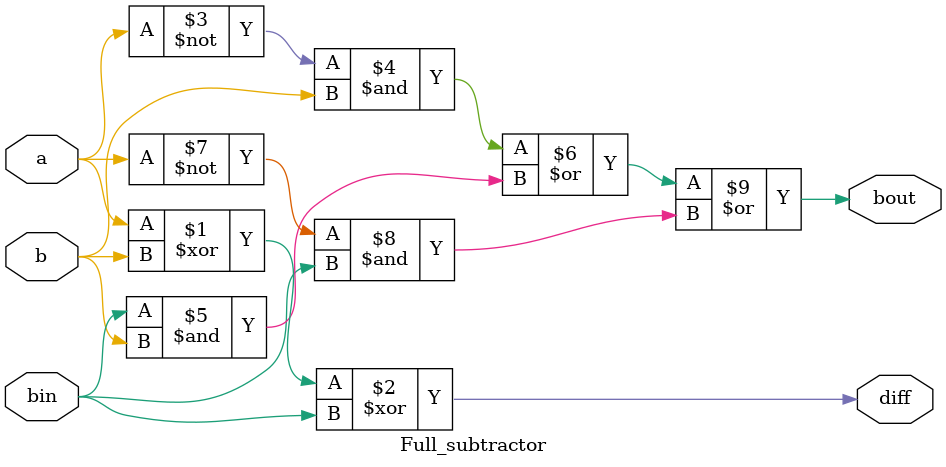
<source format=v>
module Full_subtractor (a,b,bin,diff,bout);
    input a,b,bin;
    output diff,bout;
    assign diff= a ^ b ^ bin;
    assign bout= (~a & b)| (bin & b)| (~a & bin);
endmodule
</source>
